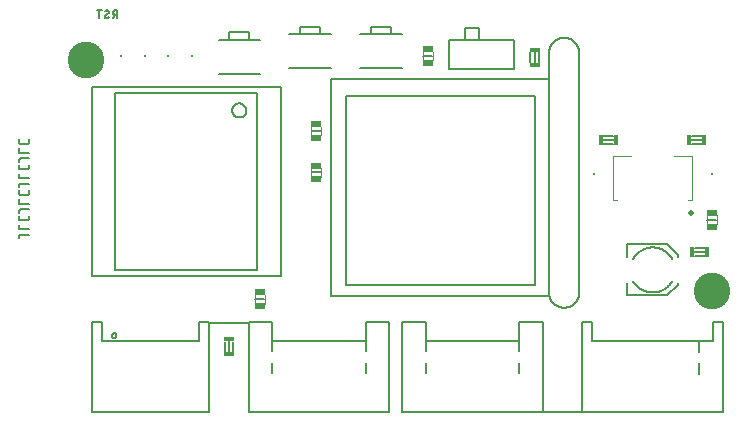
<source format=gbr>
G04 EAGLE Gerber RS-274X export*
G75*
%MOMM*%
%FSLAX34Y34*%
%LPD*%
%INSilkscreen Bottom*%
%IPPOS*%
%AMOC8*
5,1,8,0,0,1.08239X$1,22.5*%
G01*
%ADD10C,0.152400*%
%ADD11C,3.100000*%
%ADD12C,0.127000*%
%ADD13C,0.203200*%
%ADD14C,0.101600*%
%ADD15R,0.950000X0.500100*%
%ADD16C,0.177800*%
%ADD17C,0.500000*%
%ADD18C,0.120000*%
%ADD19R,0.200000X0.200000*%
%ADD20R,0.406400X0.863600*%
%ADD21R,0.863600X0.406400*%
%ADD22C,0.200000*%


D10*
X-25762Y157121D02*
X-32354Y157121D01*
X-32354Y157122D02*
X-32439Y157120D01*
X-32523Y157114D01*
X-32607Y157105D01*
X-32690Y157092D01*
X-32773Y157075D01*
X-32855Y157054D01*
X-32936Y157030D01*
X-33016Y157002D01*
X-33094Y156970D01*
X-33171Y156935D01*
X-33247Y156897D01*
X-33320Y156855D01*
X-33392Y156810D01*
X-33461Y156762D01*
X-33529Y156711D01*
X-33594Y156657D01*
X-33656Y156600D01*
X-33716Y156540D01*
X-33773Y156478D01*
X-33827Y156413D01*
X-33878Y156345D01*
X-33926Y156276D01*
X-33971Y156204D01*
X-34013Y156131D01*
X-34051Y156055D01*
X-34086Y155978D01*
X-34118Y155900D01*
X-34146Y155820D01*
X-34170Y155739D01*
X-34191Y155657D01*
X-34208Y155574D01*
X-34221Y155491D01*
X-34230Y155407D01*
X-34236Y155322D01*
X-34238Y155238D01*
X-34238Y154296D01*
X-34238Y161985D02*
X-25762Y161985D01*
X-34238Y161985D02*
X-34238Y165752D01*
X-34238Y171305D02*
X-34238Y173188D01*
X-34238Y171305D02*
X-34236Y171220D01*
X-34230Y171136D01*
X-34221Y171052D01*
X-34208Y170969D01*
X-34191Y170886D01*
X-34170Y170804D01*
X-34146Y170723D01*
X-34118Y170643D01*
X-34086Y170565D01*
X-34051Y170488D01*
X-34013Y170412D01*
X-33971Y170339D01*
X-33926Y170267D01*
X-33878Y170198D01*
X-33827Y170130D01*
X-33773Y170065D01*
X-33716Y170003D01*
X-33656Y169943D01*
X-33594Y169886D01*
X-33529Y169832D01*
X-33461Y169781D01*
X-33392Y169733D01*
X-33320Y169688D01*
X-33247Y169646D01*
X-33171Y169608D01*
X-33094Y169573D01*
X-33016Y169541D01*
X-32936Y169513D01*
X-32855Y169489D01*
X-32773Y169468D01*
X-32690Y169451D01*
X-32607Y169438D01*
X-32523Y169429D01*
X-32439Y169423D01*
X-32354Y169421D01*
X-27646Y169421D01*
X-27561Y169423D01*
X-27477Y169429D01*
X-27393Y169438D01*
X-27310Y169451D01*
X-27227Y169468D01*
X-27145Y169489D01*
X-27064Y169513D01*
X-26984Y169541D01*
X-26906Y169573D01*
X-26829Y169608D01*
X-26753Y169646D01*
X-26680Y169688D01*
X-26608Y169733D01*
X-26539Y169781D01*
X-26471Y169832D01*
X-26406Y169886D01*
X-26344Y169943D01*
X-26284Y170003D01*
X-26227Y170065D01*
X-26173Y170130D01*
X-26122Y170198D01*
X-26074Y170267D01*
X-26029Y170339D01*
X-25987Y170412D01*
X-25949Y170488D01*
X-25914Y170565D01*
X-25882Y170643D01*
X-25854Y170723D01*
X-25830Y170804D01*
X-25809Y170886D01*
X-25792Y170969D01*
X-25779Y171052D01*
X-25770Y171136D01*
X-25764Y171220D01*
X-25762Y171305D01*
X-25762Y173188D01*
X-25762Y178721D02*
X-32354Y178721D01*
X-32354Y178722D02*
X-32439Y178720D01*
X-32523Y178714D01*
X-32607Y178705D01*
X-32690Y178692D01*
X-32773Y178675D01*
X-32855Y178654D01*
X-32936Y178630D01*
X-33016Y178602D01*
X-33094Y178570D01*
X-33171Y178535D01*
X-33247Y178497D01*
X-33320Y178455D01*
X-33392Y178410D01*
X-33461Y178362D01*
X-33529Y178311D01*
X-33594Y178257D01*
X-33656Y178200D01*
X-33716Y178140D01*
X-33773Y178078D01*
X-33827Y178013D01*
X-33878Y177945D01*
X-33926Y177876D01*
X-33971Y177804D01*
X-34013Y177731D01*
X-34051Y177655D01*
X-34086Y177578D01*
X-34118Y177500D01*
X-34146Y177420D01*
X-34170Y177339D01*
X-34191Y177257D01*
X-34208Y177174D01*
X-34221Y177091D01*
X-34230Y177007D01*
X-34236Y176922D01*
X-34238Y176838D01*
X-34238Y175896D01*
X-34238Y183585D02*
X-25762Y183585D01*
X-34238Y183585D02*
X-34238Y187352D01*
X-34238Y192905D02*
X-34238Y194788D01*
X-34238Y192905D02*
X-34236Y192820D01*
X-34230Y192736D01*
X-34221Y192652D01*
X-34208Y192569D01*
X-34191Y192486D01*
X-34170Y192404D01*
X-34146Y192323D01*
X-34118Y192243D01*
X-34086Y192165D01*
X-34051Y192088D01*
X-34013Y192012D01*
X-33971Y191939D01*
X-33926Y191867D01*
X-33878Y191798D01*
X-33827Y191730D01*
X-33773Y191665D01*
X-33716Y191603D01*
X-33656Y191543D01*
X-33594Y191486D01*
X-33529Y191432D01*
X-33461Y191381D01*
X-33392Y191333D01*
X-33320Y191288D01*
X-33247Y191246D01*
X-33171Y191208D01*
X-33094Y191173D01*
X-33016Y191141D01*
X-32936Y191113D01*
X-32855Y191089D01*
X-32773Y191068D01*
X-32690Y191051D01*
X-32607Y191038D01*
X-32523Y191029D01*
X-32439Y191023D01*
X-32354Y191021D01*
X-27646Y191021D01*
X-27561Y191023D01*
X-27477Y191029D01*
X-27393Y191038D01*
X-27310Y191051D01*
X-27227Y191068D01*
X-27145Y191089D01*
X-27064Y191113D01*
X-26984Y191141D01*
X-26906Y191173D01*
X-26829Y191208D01*
X-26753Y191246D01*
X-26680Y191288D01*
X-26608Y191333D01*
X-26539Y191381D01*
X-26471Y191432D01*
X-26406Y191486D01*
X-26344Y191543D01*
X-26284Y191603D01*
X-26227Y191665D01*
X-26173Y191730D01*
X-26122Y191798D01*
X-26074Y191867D01*
X-26029Y191939D01*
X-25987Y192012D01*
X-25949Y192088D01*
X-25914Y192165D01*
X-25882Y192243D01*
X-25854Y192323D01*
X-25830Y192404D01*
X-25809Y192486D01*
X-25792Y192569D01*
X-25779Y192652D01*
X-25770Y192736D01*
X-25764Y192820D01*
X-25762Y192905D01*
X-25762Y194788D01*
X-25762Y200321D02*
X-32354Y200321D01*
X-32354Y200322D02*
X-32439Y200320D01*
X-32523Y200314D01*
X-32607Y200305D01*
X-32690Y200292D01*
X-32773Y200275D01*
X-32855Y200254D01*
X-32936Y200230D01*
X-33016Y200202D01*
X-33094Y200170D01*
X-33171Y200135D01*
X-33247Y200097D01*
X-33320Y200055D01*
X-33392Y200010D01*
X-33461Y199962D01*
X-33529Y199911D01*
X-33594Y199857D01*
X-33656Y199800D01*
X-33716Y199740D01*
X-33773Y199678D01*
X-33827Y199613D01*
X-33878Y199545D01*
X-33926Y199476D01*
X-33971Y199404D01*
X-34013Y199331D01*
X-34051Y199255D01*
X-34086Y199178D01*
X-34118Y199100D01*
X-34146Y199020D01*
X-34170Y198939D01*
X-34191Y198857D01*
X-34208Y198774D01*
X-34221Y198691D01*
X-34230Y198607D01*
X-34236Y198522D01*
X-34238Y198438D01*
X-34238Y197496D01*
X-34238Y205185D02*
X-25762Y205185D01*
X-34238Y205185D02*
X-34238Y208952D01*
X-34238Y214505D02*
X-34238Y216388D01*
X-34238Y214505D02*
X-34236Y214420D01*
X-34230Y214336D01*
X-34221Y214252D01*
X-34208Y214169D01*
X-34191Y214086D01*
X-34170Y214004D01*
X-34146Y213923D01*
X-34118Y213843D01*
X-34086Y213765D01*
X-34051Y213688D01*
X-34013Y213612D01*
X-33971Y213539D01*
X-33926Y213467D01*
X-33878Y213398D01*
X-33827Y213330D01*
X-33773Y213265D01*
X-33716Y213203D01*
X-33656Y213143D01*
X-33594Y213086D01*
X-33529Y213032D01*
X-33461Y212981D01*
X-33392Y212933D01*
X-33320Y212888D01*
X-33247Y212846D01*
X-33171Y212808D01*
X-33094Y212773D01*
X-33016Y212741D01*
X-32936Y212713D01*
X-32855Y212689D01*
X-32773Y212668D01*
X-32690Y212651D01*
X-32607Y212638D01*
X-32523Y212629D01*
X-32439Y212623D01*
X-32354Y212621D01*
X-27646Y212621D01*
X-27561Y212623D01*
X-27477Y212629D01*
X-27393Y212638D01*
X-27310Y212651D01*
X-27227Y212668D01*
X-27145Y212689D01*
X-27064Y212713D01*
X-26984Y212741D01*
X-26906Y212773D01*
X-26829Y212808D01*
X-26753Y212846D01*
X-26680Y212888D01*
X-26608Y212933D01*
X-26539Y212981D01*
X-26471Y213032D01*
X-26406Y213086D01*
X-26344Y213143D01*
X-26284Y213203D01*
X-26227Y213265D01*
X-26173Y213330D01*
X-26122Y213398D01*
X-26074Y213467D01*
X-26029Y213539D01*
X-25987Y213612D01*
X-25949Y213688D01*
X-25914Y213765D01*
X-25882Y213843D01*
X-25854Y213923D01*
X-25830Y214004D01*
X-25809Y214086D01*
X-25792Y214169D01*
X-25779Y214252D01*
X-25770Y214336D01*
X-25764Y214420D01*
X-25762Y214505D01*
X-25762Y216388D01*
X-25762Y221921D02*
X-32354Y221921D01*
X-32439Y221919D01*
X-32523Y221913D01*
X-32607Y221904D01*
X-32690Y221891D01*
X-32773Y221874D01*
X-32855Y221853D01*
X-32936Y221829D01*
X-33016Y221801D01*
X-33094Y221769D01*
X-33171Y221734D01*
X-33247Y221696D01*
X-33320Y221654D01*
X-33392Y221609D01*
X-33461Y221561D01*
X-33529Y221510D01*
X-33594Y221456D01*
X-33656Y221399D01*
X-33716Y221339D01*
X-33773Y221277D01*
X-33827Y221212D01*
X-33878Y221144D01*
X-33926Y221075D01*
X-33971Y221003D01*
X-34013Y220930D01*
X-34051Y220854D01*
X-34086Y220777D01*
X-34118Y220699D01*
X-34146Y220619D01*
X-34170Y220538D01*
X-34191Y220456D01*
X-34208Y220373D01*
X-34221Y220290D01*
X-34230Y220206D01*
X-34236Y220121D01*
X-34238Y220037D01*
X-34238Y219096D01*
X-34238Y226785D02*
X-25762Y226785D01*
X-34238Y226785D02*
X-34238Y230552D01*
X-34238Y236104D02*
X-34238Y237988D01*
X-34238Y236104D02*
X-34236Y236019D01*
X-34230Y235935D01*
X-34221Y235851D01*
X-34208Y235768D01*
X-34191Y235685D01*
X-34170Y235603D01*
X-34146Y235522D01*
X-34118Y235442D01*
X-34086Y235364D01*
X-34051Y235287D01*
X-34013Y235211D01*
X-33971Y235138D01*
X-33926Y235066D01*
X-33878Y234997D01*
X-33827Y234929D01*
X-33773Y234864D01*
X-33716Y234802D01*
X-33656Y234742D01*
X-33594Y234685D01*
X-33529Y234631D01*
X-33461Y234580D01*
X-33392Y234532D01*
X-33320Y234487D01*
X-33247Y234445D01*
X-33171Y234407D01*
X-33094Y234372D01*
X-33016Y234340D01*
X-32936Y234312D01*
X-32855Y234288D01*
X-32773Y234267D01*
X-32690Y234250D01*
X-32607Y234237D01*
X-32523Y234228D01*
X-32439Y234222D01*
X-32354Y234220D01*
X-32354Y234221D02*
X-27646Y234221D01*
X-27646Y234220D02*
X-27561Y234222D01*
X-27477Y234228D01*
X-27393Y234237D01*
X-27310Y234250D01*
X-27227Y234267D01*
X-27145Y234288D01*
X-27064Y234312D01*
X-26984Y234340D01*
X-26906Y234372D01*
X-26829Y234407D01*
X-26753Y234445D01*
X-26680Y234487D01*
X-26608Y234532D01*
X-26539Y234580D01*
X-26471Y234631D01*
X-26406Y234685D01*
X-26344Y234742D01*
X-26284Y234802D01*
X-26227Y234864D01*
X-26173Y234929D01*
X-26122Y234997D01*
X-26074Y235066D01*
X-26029Y235138D01*
X-25987Y235211D01*
X-25949Y235287D01*
X-25914Y235364D01*
X-25882Y235442D01*
X-25854Y235522D01*
X-25830Y235603D01*
X-25809Y235685D01*
X-25792Y235768D01*
X-25779Y235851D01*
X-25770Y235935D01*
X-25764Y236019D01*
X-25762Y236104D01*
X-25762Y237988D01*
X49238Y340762D02*
X49238Y347238D01*
X47439Y347238D01*
X47356Y347236D01*
X47273Y347230D01*
X47190Y347221D01*
X47108Y347207D01*
X47027Y347190D01*
X46947Y347169D01*
X46867Y347145D01*
X46789Y347117D01*
X46712Y347085D01*
X46637Y347049D01*
X46564Y347011D01*
X46492Y346969D01*
X46422Y346923D01*
X46355Y346875D01*
X46290Y346823D01*
X46227Y346768D01*
X46167Y346711D01*
X46110Y346651D01*
X46055Y346588D01*
X46003Y346523D01*
X45955Y346456D01*
X45909Y346386D01*
X45867Y346314D01*
X45829Y346241D01*
X45793Y346166D01*
X45761Y346089D01*
X45733Y346011D01*
X45709Y345931D01*
X45688Y345851D01*
X45671Y345770D01*
X45657Y345688D01*
X45648Y345605D01*
X45642Y345522D01*
X45640Y345439D01*
X45642Y345356D01*
X45648Y345273D01*
X45657Y345190D01*
X45671Y345108D01*
X45688Y345027D01*
X45709Y344947D01*
X45733Y344867D01*
X45761Y344789D01*
X45793Y344712D01*
X45829Y344637D01*
X45867Y344564D01*
X45909Y344492D01*
X45955Y344422D01*
X46003Y344355D01*
X46055Y344290D01*
X46110Y344227D01*
X46167Y344167D01*
X46227Y344110D01*
X46290Y344055D01*
X46355Y344003D01*
X46422Y343955D01*
X46492Y343909D01*
X46564Y343867D01*
X46637Y343829D01*
X46712Y343793D01*
X46789Y343761D01*
X46867Y343733D01*
X46947Y343709D01*
X47027Y343688D01*
X47108Y343671D01*
X47190Y343657D01*
X47273Y343648D01*
X47356Y343642D01*
X47439Y343640D01*
X49238Y343640D01*
X47079Y343640D02*
X45640Y340762D01*
X40198Y340762D02*
X40123Y340764D01*
X40048Y340770D01*
X39973Y340780D01*
X39899Y340793D01*
X39826Y340811D01*
X39753Y340832D01*
X39682Y340858D01*
X39613Y340886D01*
X39545Y340919D01*
X39479Y340955D01*
X39414Y340994D01*
X39352Y341037D01*
X39292Y341083D01*
X39235Y341132D01*
X39180Y341183D01*
X39129Y341238D01*
X39080Y341295D01*
X39034Y341355D01*
X38991Y341417D01*
X38952Y341482D01*
X38916Y341548D01*
X38883Y341616D01*
X38855Y341685D01*
X38829Y341756D01*
X38808Y341829D01*
X38790Y341902D01*
X38777Y341976D01*
X38767Y342051D01*
X38761Y342126D01*
X38759Y342201D01*
X40198Y340762D02*
X40307Y340764D01*
X40416Y340770D01*
X40525Y340780D01*
X40633Y340793D01*
X40741Y340811D01*
X40848Y340832D01*
X40954Y340857D01*
X41059Y340886D01*
X41163Y340919D01*
X41266Y340956D01*
X41367Y340996D01*
X41467Y341040D01*
X41565Y341087D01*
X41662Y341138D01*
X41757Y341192D01*
X41849Y341250D01*
X41940Y341311D01*
X42028Y341375D01*
X42114Y341442D01*
X42198Y341512D01*
X42278Y341585D01*
X42357Y341661D01*
X42176Y345799D02*
X42174Y345874D01*
X42168Y345949D01*
X42158Y346024D01*
X42145Y346098D01*
X42127Y346171D01*
X42106Y346244D01*
X42080Y346315D01*
X42052Y346384D01*
X42019Y346452D01*
X41983Y346519D01*
X41944Y346583D01*
X41901Y346645D01*
X41855Y346705D01*
X41806Y346762D01*
X41755Y346817D01*
X41700Y346868D01*
X41643Y346917D01*
X41583Y346963D01*
X41521Y347006D01*
X41457Y347045D01*
X41390Y347081D01*
X41322Y347114D01*
X41253Y347142D01*
X41182Y347168D01*
X41109Y347189D01*
X41036Y347207D01*
X40962Y347220D01*
X40887Y347230D01*
X40812Y347236D01*
X40737Y347238D01*
X40635Y347236D01*
X40533Y347230D01*
X40431Y347221D01*
X40330Y347207D01*
X40229Y347190D01*
X40129Y347169D01*
X40030Y347144D01*
X39932Y347115D01*
X39835Y347083D01*
X39740Y347047D01*
X39646Y347007D01*
X39553Y346964D01*
X39462Y346918D01*
X39373Y346868D01*
X39286Y346815D01*
X39201Y346758D01*
X39118Y346698D01*
X41457Y344539D02*
X41522Y344580D01*
X41584Y344623D01*
X41644Y344670D01*
X41701Y344720D01*
X41756Y344772D01*
X41808Y344828D01*
X41857Y344886D01*
X41902Y344946D01*
X41945Y345009D01*
X41984Y345074D01*
X42020Y345140D01*
X42053Y345209D01*
X42082Y345279D01*
X42107Y345351D01*
X42128Y345424D01*
X42146Y345498D01*
X42159Y345572D01*
X42169Y345647D01*
X42175Y345723D01*
X42177Y345799D01*
X39478Y343461D02*
X39413Y343420D01*
X39351Y343377D01*
X39291Y343330D01*
X39234Y343280D01*
X39179Y343228D01*
X39127Y343172D01*
X39079Y343114D01*
X39033Y343054D01*
X38990Y342991D01*
X38951Y342926D01*
X38915Y342860D01*
X38882Y342791D01*
X38853Y342721D01*
X38828Y342649D01*
X38807Y342576D01*
X38789Y342502D01*
X38776Y342428D01*
X38766Y342353D01*
X38760Y342277D01*
X38758Y342201D01*
X39478Y343460D02*
X41457Y344540D01*
X34078Y347238D02*
X34078Y340762D01*
X35876Y347238D02*
X32279Y347238D01*
D11*
X22500Y305000D03*
X552500Y110000D03*
D12*
X442500Y7500D02*
X410000Y7500D01*
X160000Y82500D02*
X127500Y82500D01*
D13*
X161000Y322000D02*
X170000Y322000D01*
X161000Y322000D02*
X144000Y322000D01*
X135000Y322000D01*
X135000Y293000D02*
X170000Y293000D01*
X161000Y328500D02*
X144000Y328500D01*
X161000Y328500D02*
X161000Y322000D01*
X161055Y322015D01*
X144000Y322000D02*
X144000Y328500D01*
X143479Y322082D02*
X144000Y322000D01*
X221000Y327000D02*
X230000Y327000D01*
X221000Y327000D02*
X204000Y327000D01*
X195000Y327000D01*
X195000Y298000D02*
X230000Y298000D01*
X221000Y333500D02*
X204000Y333500D01*
X221000Y333500D02*
X221000Y327000D01*
X221055Y327015D01*
X204000Y327000D02*
X204000Y333500D01*
X203479Y327082D02*
X204000Y327000D01*
D14*
X316320Y312060D02*
X316320Y304940D01*
X307810Y304940D02*
X307810Y312060D01*
D15*
X312051Y302619D03*
X312051Y314303D03*
D16*
X315810Y308500D02*
X308190Y308500D01*
D14*
X221820Y248560D02*
X221820Y241440D01*
X213310Y241440D02*
X213310Y248560D01*
D15*
X217551Y239119D03*
X217551Y250803D03*
D16*
X221310Y245000D02*
X213690Y245000D01*
D17*
X534986Y175724D03*
D18*
X536000Y186500D02*
X532486Y186500D01*
X536000Y186500D02*
X536000Y223500D01*
X520986Y223500D01*
X472514Y186500D02*
X469000Y186500D01*
X469000Y223500D01*
X484014Y223500D01*
D14*
X556820Y173560D02*
X556820Y166440D01*
X548310Y166440D02*
X548310Y173560D01*
D15*
X552551Y164119D03*
X552551Y175803D03*
D16*
X556310Y170000D02*
X548690Y170000D01*
D14*
X165680Y106060D02*
X165680Y98940D01*
X174190Y98940D02*
X174190Y106060D01*
D15*
X169949Y108382D03*
X169949Y96698D03*
D16*
X166190Y102500D02*
X173810Y102500D01*
D19*
X452500Y208500D03*
D10*
X460680Y241060D02*
X469320Y241060D01*
X469320Y233940D02*
X460680Y233940D01*
D20*
X471350Y237500D03*
X458650Y237500D03*
D16*
X459920Y237500D02*
X470080Y237500D01*
D19*
X52500Y308500D03*
X72500Y308500D03*
X92500Y308500D03*
X112500Y308500D03*
X552500Y208500D03*
D10*
X147310Y66820D02*
X147310Y58180D01*
X140190Y58180D02*
X140190Y66820D01*
D21*
X143750Y56150D03*
X143750Y68850D03*
D16*
X143750Y67580D02*
X143750Y57420D01*
D12*
X187500Y282500D02*
X27500Y282500D01*
X27500Y122500D01*
X187500Y122500D01*
X187500Y282500D01*
X167500Y277500D02*
X167500Y127500D01*
X47500Y127500D01*
X47500Y277500D01*
X167500Y277500D01*
D22*
X146500Y262500D02*
X146502Y262654D01*
X146508Y262809D01*
X146518Y262963D01*
X146532Y263117D01*
X146550Y263270D01*
X146571Y263423D01*
X146597Y263576D01*
X146627Y263727D01*
X146660Y263878D01*
X146698Y264028D01*
X146739Y264177D01*
X146784Y264325D01*
X146833Y264471D01*
X146886Y264617D01*
X146942Y264760D01*
X147002Y264903D01*
X147066Y265043D01*
X147133Y265183D01*
X147204Y265320D01*
X147278Y265455D01*
X147356Y265589D01*
X147437Y265720D01*
X147522Y265849D01*
X147610Y265977D01*
X147701Y266101D01*
X147795Y266224D01*
X147893Y266344D01*
X147993Y266461D01*
X148097Y266576D01*
X148203Y266688D01*
X148312Y266797D01*
X148424Y266903D01*
X148539Y267007D01*
X148656Y267107D01*
X148776Y267205D01*
X148899Y267299D01*
X149023Y267390D01*
X149151Y267478D01*
X149280Y267563D01*
X149411Y267644D01*
X149545Y267722D01*
X149680Y267796D01*
X149817Y267867D01*
X149957Y267934D01*
X150097Y267998D01*
X150240Y268058D01*
X150383Y268114D01*
X150529Y268167D01*
X150675Y268216D01*
X150823Y268261D01*
X150972Y268302D01*
X151122Y268340D01*
X151273Y268373D01*
X151424Y268403D01*
X151577Y268429D01*
X151730Y268450D01*
X151883Y268468D01*
X152037Y268482D01*
X152191Y268492D01*
X152346Y268498D01*
X152500Y268500D01*
X152654Y268498D01*
X152809Y268492D01*
X152963Y268482D01*
X153117Y268468D01*
X153270Y268450D01*
X153423Y268429D01*
X153576Y268403D01*
X153727Y268373D01*
X153878Y268340D01*
X154028Y268302D01*
X154177Y268261D01*
X154325Y268216D01*
X154471Y268167D01*
X154617Y268114D01*
X154760Y268058D01*
X154903Y267998D01*
X155043Y267934D01*
X155183Y267867D01*
X155320Y267796D01*
X155455Y267722D01*
X155589Y267644D01*
X155720Y267563D01*
X155849Y267478D01*
X155977Y267390D01*
X156101Y267299D01*
X156224Y267205D01*
X156344Y267107D01*
X156461Y267007D01*
X156576Y266903D01*
X156688Y266797D01*
X156797Y266688D01*
X156903Y266576D01*
X157007Y266461D01*
X157107Y266344D01*
X157205Y266224D01*
X157299Y266101D01*
X157390Y265977D01*
X157478Y265849D01*
X157563Y265720D01*
X157644Y265589D01*
X157722Y265455D01*
X157796Y265320D01*
X157867Y265183D01*
X157934Y265043D01*
X157998Y264903D01*
X158058Y264760D01*
X158114Y264617D01*
X158167Y264471D01*
X158216Y264325D01*
X158261Y264177D01*
X158302Y264028D01*
X158340Y263878D01*
X158373Y263727D01*
X158403Y263576D01*
X158429Y263423D01*
X158450Y263270D01*
X158468Y263117D01*
X158482Y262963D01*
X158492Y262809D01*
X158498Y262654D01*
X158500Y262500D01*
X158498Y262346D01*
X158492Y262191D01*
X158482Y262037D01*
X158468Y261883D01*
X158450Y261730D01*
X158429Y261577D01*
X158403Y261424D01*
X158373Y261273D01*
X158340Y261122D01*
X158302Y260972D01*
X158261Y260823D01*
X158216Y260675D01*
X158167Y260529D01*
X158114Y260383D01*
X158058Y260240D01*
X157998Y260097D01*
X157934Y259957D01*
X157867Y259817D01*
X157796Y259680D01*
X157722Y259545D01*
X157644Y259411D01*
X157563Y259280D01*
X157478Y259151D01*
X157390Y259023D01*
X157299Y258899D01*
X157205Y258776D01*
X157107Y258656D01*
X157007Y258539D01*
X156903Y258424D01*
X156797Y258312D01*
X156688Y258203D01*
X156576Y258097D01*
X156461Y257993D01*
X156344Y257893D01*
X156224Y257795D01*
X156101Y257701D01*
X155977Y257610D01*
X155849Y257522D01*
X155720Y257437D01*
X155589Y257356D01*
X155455Y257278D01*
X155320Y257204D01*
X155183Y257133D01*
X155043Y257066D01*
X154903Y257002D01*
X154760Y256942D01*
X154617Y256886D01*
X154471Y256833D01*
X154325Y256784D01*
X154177Y256739D01*
X154028Y256698D01*
X153878Y256660D01*
X153727Y256627D01*
X153576Y256597D01*
X153423Y256571D01*
X153270Y256550D01*
X153117Y256532D01*
X152963Y256518D01*
X152809Y256508D01*
X152654Y256502D01*
X152500Y256500D01*
X152346Y256502D01*
X152191Y256508D01*
X152037Y256518D01*
X151883Y256532D01*
X151730Y256550D01*
X151577Y256571D01*
X151424Y256597D01*
X151273Y256627D01*
X151122Y256660D01*
X150972Y256698D01*
X150823Y256739D01*
X150675Y256784D01*
X150529Y256833D01*
X150383Y256886D01*
X150240Y256942D01*
X150097Y257002D01*
X149957Y257066D01*
X149817Y257133D01*
X149680Y257204D01*
X149545Y257278D01*
X149411Y257356D01*
X149280Y257437D01*
X149151Y257522D01*
X149023Y257610D01*
X148899Y257701D01*
X148776Y257795D01*
X148656Y257893D01*
X148539Y257993D01*
X148424Y258097D01*
X148312Y258203D01*
X148203Y258312D01*
X148097Y258424D01*
X147993Y258539D01*
X147893Y258656D01*
X147795Y258776D01*
X147701Y258899D01*
X147610Y259023D01*
X147522Y259151D01*
X147437Y259280D01*
X147356Y259411D01*
X147278Y259545D01*
X147204Y259680D01*
X147133Y259817D01*
X147066Y259957D01*
X147002Y260097D01*
X146942Y260240D01*
X146886Y260383D01*
X146833Y260529D01*
X146784Y260675D01*
X146739Y260823D01*
X146698Y260972D01*
X146660Y261122D01*
X146627Y261273D01*
X146597Y261424D01*
X146571Y261577D01*
X146550Y261730D01*
X146532Y261883D01*
X146518Y262037D01*
X146508Y262191D01*
X146502Y262346D01*
X146500Y262500D01*
D12*
X242500Y115000D02*
X402500Y115000D01*
X402500Y275000D01*
X242500Y275000D01*
X242500Y115000D01*
X230500Y105000D02*
X414500Y105000D01*
X414500Y289000D01*
X230500Y289000D01*
X230500Y105000D01*
D10*
X330000Y297500D02*
X385000Y297500D01*
X330000Y297500D02*
X330000Y322500D01*
X385000Y322500D02*
X385000Y297500D01*
X385000Y322500D02*
X355500Y322500D01*
X343500Y322500D01*
X330000Y322500D01*
X343500Y332500D02*
X355500Y332500D01*
X355500Y322500D01*
X343500Y322500D02*
X343500Y332500D01*
D14*
X221820Y213560D02*
X221820Y206440D01*
X213310Y206440D02*
X213310Y213560D01*
D15*
X217551Y204119D03*
X217551Y215803D03*
D16*
X221310Y210000D02*
X213690Y210000D01*
D13*
X281000Y327000D02*
X290000Y327000D01*
X281000Y327000D02*
X264000Y327000D01*
X255000Y327000D01*
X255000Y298000D02*
X290000Y298000D01*
X281000Y333500D02*
X264000Y333500D01*
X281000Y333500D02*
X281000Y327000D01*
X281055Y327015D01*
X264000Y327000D02*
X264000Y333500D01*
X263479Y327082D02*
X264000Y327000D01*
D12*
X127000Y83000D02*
X127000Y7000D01*
X28000Y7000D01*
X118500Y83000D02*
X127000Y83000D01*
X36500Y83000D02*
X28000Y83000D01*
X28000Y7000D01*
X36500Y67000D02*
X118500Y67000D01*
X36500Y67000D02*
X36500Y83000D01*
X118500Y83000D02*
X118500Y67000D01*
X44500Y72000D02*
X44502Y72089D01*
X44508Y72178D01*
X44518Y72267D01*
X44532Y72355D01*
X44549Y72442D01*
X44571Y72528D01*
X44597Y72614D01*
X44626Y72698D01*
X44659Y72781D01*
X44695Y72862D01*
X44736Y72942D01*
X44779Y73019D01*
X44826Y73095D01*
X44877Y73168D01*
X44930Y73239D01*
X44987Y73308D01*
X45047Y73374D01*
X45110Y73438D01*
X45175Y73498D01*
X45243Y73556D01*
X45314Y73610D01*
X45387Y73661D01*
X45462Y73709D01*
X45539Y73754D01*
X45618Y73795D01*
X45699Y73832D01*
X45781Y73866D01*
X45865Y73897D01*
X45950Y73923D01*
X46036Y73946D01*
X46123Y73964D01*
X46211Y73979D01*
X46300Y73990D01*
X46389Y73997D01*
X46478Y74000D01*
X46567Y73999D01*
X46656Y73994D01*
X46744Y73985D01*
X46833Y73972D01*
X46920Y73955D01*
X47007Y73935D01*
X47093Y73910D01*
X47177Y73882D01*
X47260Y73850D01*
X47342Y73814D01*
X47422Y73775D01*
X47500Y73732D01*
X47576Y73686D01*
X47650Y73636D01*
X47722Y73583D01*
X47791Y73527D01*
X47858Y73468D01*
X47922Y73406D01*
X47983Y73342D01*
X48042Y73274D01*
X48097Y73204D01*
X48149Y73132D01*
X48198Y73057D01*
X48243Y72981D01*
X48285Y72902D01*
X48323Y72822D01*
X48358Y72740D01*
X48389Y72656D01*
X48417Y72571D01*
X48440Y72485D01*
X48460Y72398D01*
X48476Y72311D01*
X48488Y72222D01*
X48496Y72134D01*
X48500Y72045D01*
X48500Y71955D01*
X48496Y71866D01*
X48488Y71778D01*
X48476Y71689D01*
X48460Y71602D01*
X48440Y71515D01*
X48417Y71429D01*
X48389Y71344D01*
X48358Y71260D01*
X48323Y71178D01*
X48285Y71098D01*
X48243Y71019D01*
X48198Y70943D01*
X48149Y70868D01*
X48097Y70796D01*
X48042Y70726D01*
X47983Y70658D01*
X47922Y70594D01*
X47858Y70532D01*
X47791Y70473D01*
X47722Y70417D01*
X47650Y70364D01*
X47576Y70314D01*
X47500Y70268D01*
X47422Y70225D01*
X47342Y70186D01*
X47260Y70150D01*
X47177Y70118D01*
X47093Y70090D01*
X47007Y70065D01*
X46920Y70045D01*
X46833Y70028D01*
X46744Y70015D01*
X46656Y70006D01*
X46567Y70001D01*
X46478Y70000D01*
X46389Y70003D01*
X46300Y70010D01*
X46211Y70021D01*
X46123Y70036D01*
X46036Y70054D01*
X45950Y70077D01*
X45865Y70103D01*
X45781Y70134D01*
X45699Y70168D01*
X45618Y70205D01*
X45539Y70246D01*
X45462Y70291D01*
X45387Y70339D01*
X45314Y70390D01*
X45243Y70444D01*
X45175Y70502D01*
X45110Y70562D01*
X45047Y70626D01*
X44987Y70692D01*
X44930Y70761D01*
X44877Y70832D01*
X44826Y70905D01*
X44779Y70981D01*
X44736Y71058D01*
X44695Y71138D01*
X44659Y71219D01*
X44626Y71302D01*
X44597Y71386D01*
X44571Y71472D01*
X44549Y71558D01*
X44532Y71645D01*
X44518Y71733D01*
X44508Y71822D01*
X44502Y71911D01*
X44500Y72000D01*
D10*
X535680Y241060D02*
X544320Y241060D01*
X544320Y233940D02*
X535680Y233940D01*
D20*
X546350Y237500D03*
X533650Y237500D03*
D16*
X534920Y237500D02*
X545080Y237500D01*
D12*
X440200Y311400D02*
X440200Y108200D01*
X414800Y108200D02*
X414800Y311400D01*
X414804Y311709D01*
X414815Y312018D01*
X414834Y312327D01*
X414860Y312635D01*
X414894Y312943D01*
X414935Y313249D01*
X414984Y313555D01*
X415040Y313859D01*
X415104Y314161D01*
X415175Y314462D01*
X415253Y314762D01*
X415338Y315059D01*
X415431Y315354D01*
X415531Y315647D01*
X415638Y315937D01*
X415752Y316224D01*
X415873Y316509D01*
X416001Y316791D01*
X416135Y317069D01*
X416277Y317344D01*
X416425Y317616D01*
X416580Y317883D01*
X416741Y318147D01*
X416908Y318407D01*
X417082Y318663D01*
X417262Y318915D01*
X417448Y319162D01*
X417640Y319404D01*
X417838Y319642D01*
X418041Y319875D01*
X418251Y320103D01*
X418465Y320325D01*
X418685Y320543D01*
X418911Y320755D01*
X419141Y320961D01*
X419376Y321162D01*
X419616Y321357D01*
X419861Y321546D01*
X420110Y321729D01*
X420364Y321906D01*
X420622Y322076D01*
X420884Y322241D01*
X421150Y322399D01*
X421420Y322550D01*
X421693Y322695D01*
X421970Y322833D01*
X422250Y322964D01*
X422533Y323088D01*
X422819Y323206D01*
X423108Y323316D01*
X423399Y323420D01*
X423693Y323516D01*
X423989Y323605D01*
X424288Y323687D01*
X424588Y323762D01*
X424890Y323829D01*
X425193Y323889D01*
X425498Y323941D01*
X425804Y323986D01*
X426111Y324024D01*
X426419Y324054D01*
X426727Y324076D01*
X427036Y324092D01*
X427345Y324099D01*
X427655Y324099D01*
X427964Y324092D01*
X428273Y324076D01*
X428581Y324054D01*
X428889Y324024D01*
X429196Y323986D01*
X429502Y323941D01*
X429807Y323889D01*
X430110Y323829D01*
X430412Y323762D01*
X430712Y323687D01*
X431011Y323605D01*
X431307Y323516D01*
X431601Y323420D01*
X431892Y323316D01*
X432181Y323206D01*
X432467Y323088D01*
X432750Y322964D01*
X433030Y322833D01*
X433307Y322695D01*
X433580Y322550D01*
X433850Y322399D01*
X434116Y322241D01*
X434378Y322076D01*
X434636Y321906D01*
X434890Y321729D01*
X435139Y321546D01*
X435384Y321357D01*
X435624Y321162D01*
X435859Y320961D01*
X436089Y320755D01*
X436315Y320543D01*
X436535Y320325D01*
X436749Y320103D01*
X436959Y319875D01*
X437162Y319642D01*
X437360Y319404D01*
X437552Y319162D01*
X437738Y318915D01*
X437918Y318663D01*
X438092Y318407D01*
X438259Y318147D01*
X438420Y317883D01*
X438575Y317616D01*
X438723Y317344D01*
X438865Y317069D01*
X438999Y316791D01*
X439127Y316509D01*
X439248Y316224D01*
X439362Y315937D01*
X439469Y315647D01*
X439569Y315354D01*
X439662Y315059D01*
X439747Y314762D01*
X439825Y314462D01*
X439896Y314161D01*
X439960Y313859D01*
X440016Y313555D01*
X440065Y313249D01*
X440106Y312943D01*
X440140Y312635D01*
X440166Y312327D01*
X440185Y312018D01*
X440196Y311709D01*
X440200Y311400D01*
X440200Y108200D02*
X440196Y107891D01*
X440185Y107582D01*
X440166Y107273D01*
X440140Y106965D01*
X440106Y106657D01*
X440065Y106351D01*
X440016Y106045D01*
X439960Y105741D01*
X439896Y105439D01*
X439825Y105138D01*
X439747Y104838D01*
X439662Y104541D01*
X439569Y104246D01*
X439469Y103953D01*
X439362Y103663D01*
X439248Y103376D01*
X439127Y103091D01*
X438999Y102809D01*
X438865Y102531D01*
X438723Y102256D01*
X438575Y101984D01*
X438420Y101717D01*
X438259Y101453D01*
X438092Y101193D01*
X437918Y100937D01*
X437738Y100685D01*
X437552Y100438D01*
X437360Y100196D01*
X437162Y99958D01*
X436959Y99725D01*
X436749Y99497D01*
X436535Y99275D01*
X436315Y99057D01*
X436089Y98845D01*
X435859Y98639D01*
X435624Y98438D01*
X435384Y98243D01*
X435139Y98054D01*
X434890Y97871D01*
X434636Y97694D01*
X434378Y97524D01*
X434116Y97359D01*
X433850Y97201D01*
X433580Y97050D01*
X433307Y96905D01*
X433030Y96767D01*
X432750Y96636D01*
X432467Y96512D01*
X432181Y96394D01*
X431892Y96284D01*
X431601Y96180D01*
X431307Y96084D01*
X431011Y95995D01*
X430712Y95913D01*
X430412Y95838D01*
X430110Y95771D01*
X429807Y95711D01*
X429502Y95659D01*
X429196Y95614D01*
X428889Y95576D01*
X428581Y95546D01*
X428273Y95524D01*
X427964Y95508D01*
X427655Y95501D01*
X427345Y95501D01*
X427036Y95508D01*
X426727Y95524D01*
X426419Y95546D01*
X426111Y95576D01*
X425804Y95614D01*
X425498Y95659D01*
X425193Y95711D01*
X424890Y95771D01*
X424588Y95838D01*
X424288Y95913D01*
X423989Y95995D01*
X423693Y96084D01*
X423399Y96180D01*
X423108Y96284D01*
X422819Y96394D01*
X422533Y96512D01*
X422250Y96636D01*
X421970Y96767D01*
X421693Y96905D01*
X421420Y97050D01*
X421150Y97201D01*
X420884Y97359D01*
X420622Y97524D01*
X420364Y97694D01*
X420110Y97871D01*
X419861Y98054D01*
X419616Y98243D01*
X419376Y98438D01*
X419141Y98639D01*
X418911Y98845D01*
X418685Y99057D01*
X418465Y99275D01*
X418251Y99497D01*
X418041Y99725D01*
X417838Y99958D01*
X417640Y100196D01*
X417448Y100438D01*
X417262Y100685D01*
X417082Y100937D01*
X416908Y101193D01*
X416741Y101453D01*
X416580Y101717D01*
X416425Y101984D01*
X416277Y102256D01*
X416135Y102531D01*
X416001Y102809D01*
X415873Y103091D01*
X415752Y103376D01*
X415638Y103663D01*
X415531Y103953D01*
X415431Y104246D01*
X415338Y104541D01*
X415253Y104838D01*
X415175Y105138D01*
X415104Y105439D01*
X415040Y105741D01*
X414984Y106045D01*
X414935Y106351D01*
X414894Y106657D01*
X414860Y106965D01*
X414834Y107273D01*
X414815Y107582D01*
X414804Y107891D01*
X414800Y108200D01*
X279500Y83000D02*
X279500Y7000D01*
X160500Y7000D01*
X259500Y83000D02*
X279500Y83000D01*
X180500Y83000D02*
X160500Y83000D01*
X160500Y7000D01*
X180500Y67000D02*
X259500Y67000D01*
X259500Y83000D01*
X180500Y83000D02*
X180500Y67000D01*
X180500Y48500D02*
X180500Y40000D01*
X180500Y58500D02*
X180500Y67000D01*
X259500Y48500D02*
X259500Y40000D01*
X259500Y58500D02*
X259500Y67000D01*
X409500Y83000D02*
X409500Y7000D01*
X290500Y7000D01*
X389500Y83000D02*
X409500Y83000D01*
X310500Y83000D02*
X290500Y83000D01*
X290500Y7000D01*
X310500Y67000D02*
X389500Y67000D01*
X389500Y83000D01*
X310500Y83000D02*
X310500Y67000D01*
X310500Y48500D02*
X310500Y40000D01*
X310500Y58500D02*
X310500Y67000D01*
X389500Y48500D02*
X389500Y40000D01*
X389500Y58500D02*
X389500Y67000D01*
D10*
X538180Y146060D02*
X546820Y146060D01*
X546820Y138940D02*
X538180Y138940D01*
D20*
X548850Y142500D03*
X536150Y142500D03*
D16*
X537420Y142500D02*
X547580Y142500D01*
D13*
X515000Y149000D02*
X481000Y149000D01*
X481000Y138500D01*
X481000Y116500D02*
X481000Y106000D01*
X515000Y106000D01*
X524000Y115000D02*
X524000Y116500D01*
X524000Y138000D02*
X524000Y140000D01*
X515000Y149000D01*
X524000Y115000D02*
X515000Y106000D01*
X519000Y137000D02*
X518763Y137399D01*
X518517Y137793D01*
X518261Y138180D01*
X517996Y138561D01*
X517722Y138936D01*
X517439Y139303D01*
X517146Y139664D01*
X516846Y140018D01*
X516536Y140364D01*
X516218Y140702D01*
X515892Y141032D01*
X515559Y141355D01*
X515217Y141669D01*
X514868Y141975D01*
X514511Y142272D01*
X514147Y142561D01*
X513777Y142840D01*
X513399Y143110D01*
X513016Y143371D01*
X512626Y143623D01*
X512230Y143865D01*
X511828Y144098D01*
X511420Y144320D01*
X511008Y144532D01*
X510590Y144735D01*
X510167Y144927D01*
X509740Y145109D01*
X509309Y145280D01*
X508873Y145441D01*
X508434Y145591D01*
X507991Y145730D01*
X507545Y145858D01*
X507096Y145976D01*
X506644Y146082D01*
X506190Y146178D01*
X505734Y146262D01*
X505275Y146336D01*
X504815Y146398D01*
X504354Y146449D01*
X503891Y146488D01*
X503428Y146516D01*
X502964Y146533D01*
X502500Y146539D01*
X502036Y146533D01*
X501572Y146516D01*
X501109Y146488D01*
X500646Y146449D01*
X500185Y146398D01*
X499725Y146336D01*
X499266Y146262D01*
X498810Y146178D01*
X498356Y146082D01*
X497904Y145976D01*
X497455Y145858D01*
X497009Y145730D01*
X496566Y145591D01*
X496127Y145441D01*
X495691Y145280D01*
X495260Y145109D01*
X494833Y144927D01*
X494410Y144735D01*
X493992Y144532D01*
X493580Y144320D01*
X493172Y144098D01*
X492770Y143865D01*
X492374Y143623D01*
X491984Y143371D01*
X491601Y143110D01*
X491223Y142840D01*
X490853Y142561D01*
X490489Y142272D01*
X490132Y141975D01*
X489783Y141669D01*
X489441Y141355D01*
X489108Y141032D01*
X488782Y140702D01*
X488464Y140364D01*
X488154Y140018D01*
X487854Y139664D01*
X487561Y139303D01*
X487278Y138936D01*
X487004Y138561D01*
X486739Y138180D01*
X486483Y137793D01*
X486237Y137399D01*
X486000Y137000D01*
X486000Y118000D02*
X486237Y117601D01*
X486483Y117207D01*
X486739Y116820D01*
X487004Y116439D01*
X487278Y116064D01*
X487561Y115697D01*
X487854Y115336D01*
X488154Y114982D01*
X488464Y114636D01*
X488782Y114298D01*
X489108Y113968D01*
X489441Y113645D01*
X489783Y113331D01*
X490132Y113025D01*
X490489Y112728D01*
X490853Y112439D01*
X491223Y112160D01*
X491601Y111890D01*
X491984Y111629D01*
X492374Y111377D01*
X492770Y111135D01*
X493172Y110902D01*
X493580Y110680D01*
X493992Y110468D01*
X494410Y110265D01*
X494833Y110073D01*
X495260Y109891D01*
X495691Y109720D01*
X496127Y109559D01*
X496566Y109409D01*
X497009Y109270D01*
X497455Y109142D01*
X497904Y109024D01*
X498356Y108918D01*
X498810Y108822D01*
X499266Y108738D01*
X499725Y108664D01*
X500185Y108602D01*
X500646Y108551D01*
X501109Y108512D01*
X501572Y108484D01*
X502036Y108467D01*
X502500Y108461D01*
X502964Y108467D01*
X503428Y108484D01*
X503891Y108512D01*
X504354Y108551D01*
X504815Y108602D01*
X505275Y108664D01*
X505734Y108738D01*
X506190Y108822D01*
X506644Y108918D01*
X507096Y109024D01*
X507545Y109142D01*
X507991Y109270D01*
X508434Y109409D01*
X508873Y109559D01*
X509309Y109720D01*
X509740Y109891D01*
X510167Y110073D01*
X510590Y110265D01*
X511008Y110468D01*
X511420Y110680D01*
X511828Y110902D01*
X512230Y111135D01*
X512626Y111377D01*
X513016Y111629D01*
X513399Y111890D01*
X513777Y112160D01*
X514147Y112439D01*
X514511Y112728D01*
X514868Y113025D01*
X515217Y113331D01*
X515559Y113645D01*
X515892Y113968D01*
X516218Y114298D01*
X516536Y114636D01*
X516846Y114982D01*
X517146Y115336D01*
X517439Y115697D01*
X517722Y116064D01*
X517996Y116439D01*
X518261Y116820D01*
X518517Y117207D01*
X518763Y117601D01*
X519000Y118000D01*
D12*
X562000Y83000D02*
X562000Y7000D01*
X443000Y7000D01*
X553500Y83000D02*
X562000Y83000D01*
X451500Y83000D02*
X443000Y83000D01*
X443000Y7000D01*
X451500Y67000D02*
X542000Y67000D01*
X553500Y67000D01*
X451500Y67000D02*
X451500Y83000D01*
X553500Y83000D02*
X553500Y67000D01*
X542000Y48250D02*
X542000Y39500D01*
X542000Y58250D02*
X542000Y67000D01*
D10*
X406060Y303180D02*
X406060Y311820D01*
X398940Y311820D02*
X398940Y303180D01*
D21*
X402500Y301150D03*
X402500Y313850D03*
D16*
X402500Y312580D02*
X402500Y302420D01*
M02*

</source>
